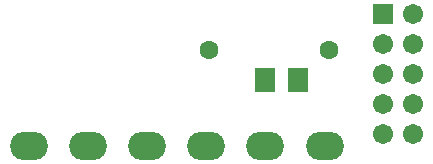
<source format=gts>
%FSAX24Y24*%
%MOIN*%
G70*
G01*
G75*
G04 Layer_Color=8388736*
%ADD10R,0.0630X0.0709*%
%ADD11C,0.0100*%
%ADD12O,0.1181X0.0866*%
%ADD13C,0.0551*%
%ADD14C,0.0591*%
%ADD15R,0.0591X0.0591*%
%ADD16C,0.0079*%
%ADD17R,0.1142X0.1102*%
%ADD18R,0.3400X0.0800*%
%ADD19R,0.0710X0.0789*%
%ADD20O,0.1261X0.0946*%
%ADD21C,0.0631*%
%ADD22C,0.0671*%
%ADD23R,0.0671X0.0671*%
D19*
X009049Y003200D02*
D03*
X010151D02*
D03*
D20*
X011043Y001000D02*
D03*
X009074D02*
D03*
X007106D02*
D03*
X005137D02*
D03*
X003169D02*
D03*
X001200D02*
D03*
D21*
X011200Y004200D02*
D03*
X007200D02*
D03*
D22*
X014000Y001400D02*
D03*
X013000D02*
D03*
X014000Y002400D02*
D03*
X013000D02*
D03*
X014000Y003400D02*
D03*
X013000D02*
D03*
X014000Y004400D02*
D03*
X013000D02*
D03*
X014000Y005400D02*
D03*
D23*
X013000D02*
D03*
M02*

</source>
